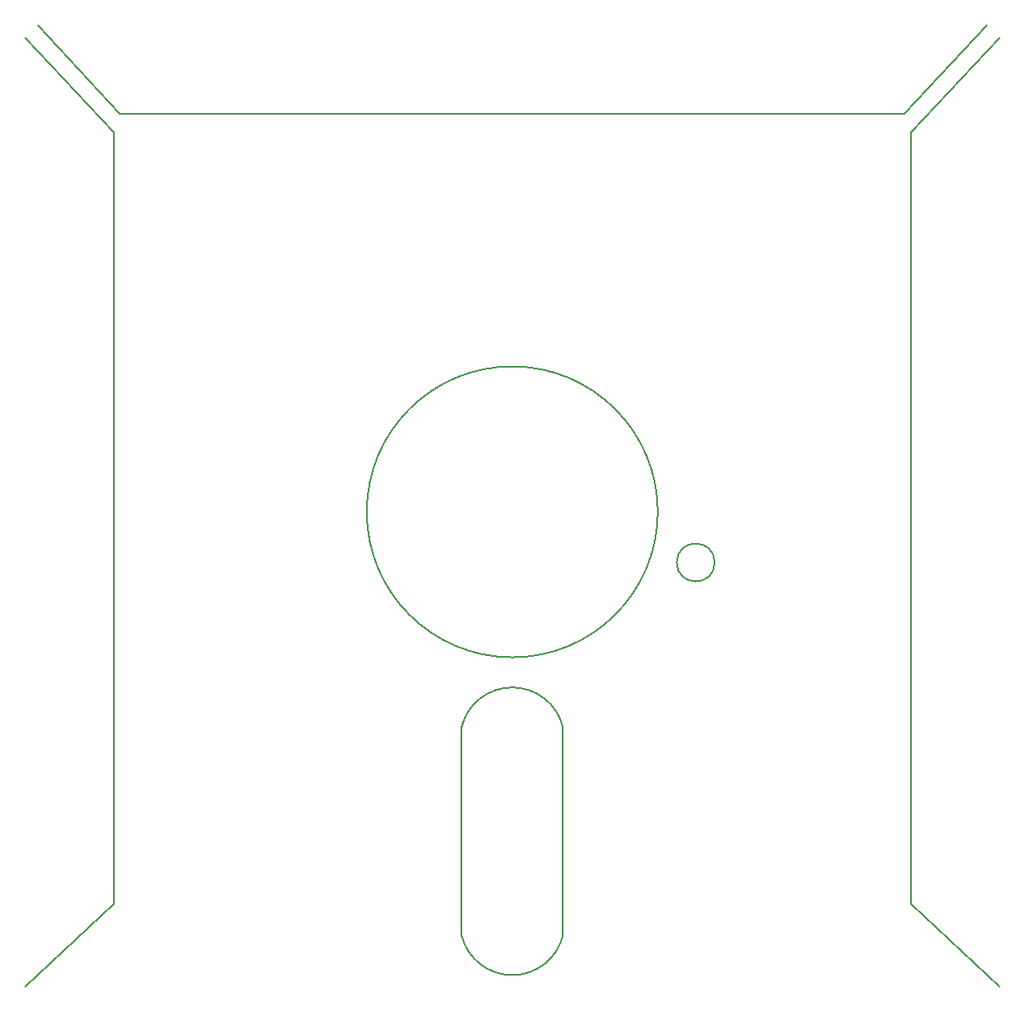
<source format=gbo>
G04 #@! TF.GenerationSoftware,KiCad,Pcbnew,(5.1.5)-3*
G04 #@! TF.CreationDate,2020-11-06T22:39:25+01:00*
G04 #@! TF.ProjectId,C64 Pi1541-II Backplate,43363420-5069-4313-9534-312d49492042,rev?*
G04 #@! TF.SameCoordinates,Original*
G04 #@! TF.FileFunction,Legend,Bot*
G04 #@! TF.FilePolarity,Positive*
%FSLAX46Y46*%
G04 Gerber Fmt 4.6, Leading zero omitted, Abs format (unit mm)*
G04 Created by KiCad (PCBNEW (5.1.5)-3) date 2020-11-06 22:39:25*
%MOMM*%
%LPD*%
G04 APERTURE LIST*
%ADD10C,0.150000*%
G04 APERTURE END LIST*
D10*
X161290000Y-142875000D02*
X170180000Y-151130000D01*
X170180000Y-55880000D02*
X161290000Y-65405000D01*
X161290000Y-65405000D02*
X161290000Y-142875000D01*
X160655000Y-63500000D02*
X81915000Y-63500000D01*
X168910000Y-54610000D02*
X160655000Y-63500000D01*
X81280000Y-65405000D02*
X81280000Y-142875000D01*
X73660000Y-54610000D02*
X81915000Y-63500000D01*
X72390000Y-55880000D02*
X81280000Y-65405000D01*
X72390000Y-151130000D02*
X81280000Y-142875000D01*
X116205000Y-146050000D02*
X116205000Y-125095000D01*
X126365000Y-125095000D02*
X126365000Y-146050000D01*
X116205000Y-146050000D02*
G75*
G03X126365000Y-146050000I5080000J1270000D01*
G01*
X141605000Y-108585000D02*
G75*
G03X141605000Y-108585000I-1905000J0D01*
G01*
X135890000Y-103505000D02*
G75*
G03X135890000Y-103505000I-14605000J0D01*
G01*
X126365000Y-125095000D02*
G75*
G03X116205000Y-125095000I-5080000J-1270000D01*
G01*
M02*

</source>
